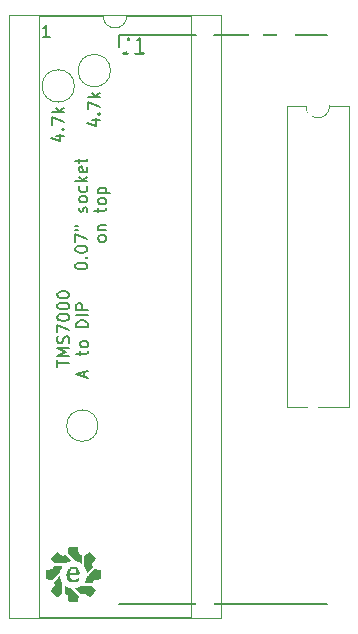
<source format=gto>
G04 #@! TF.GenerationSoftware,KiCad,Pcbnew,(6.0.0)*
G04 #@! TF.CreationDate,2023-01-29T20:38:55-05:00*
G04 #@! TF.ProjectId,tms7000 54 pin adapter,746d7337-3030-4302-9035-342070696e20,rev?*
G04 #@! TF.SameCoordinates,Original*
G04 #@! TF.FileFunction,Legend,Top*
G04 #@! TF.FilePolarity,Positive*
%FSLAX46Y46*%
G04 Gerber Fmt 4.6, Leading zero omitted, Abs format (unit mm)*
G04 Created by KiCad (PCBNEW (6.0.0)) date 2023-01-29 20:38:55*
%MOMM*%
%LPD*%
G01*
G04 APERTURE LIST*
%ADD10C,0.150000*%
%ADD11C,0.254000*%
%ADD12C,0.120000*%
%ADD13C,0.200000*%
%ADD14R,1.600000X1.600000*%
%ADD15O,1.600000X1.600000*%
%ADD16C,1.600000*%
%ADD17R,1.100000X1.100000*%
%ADD18C,1.100000*%
%ADD19O,1.400000X1.400000*%
G04 APERTURE END LIST*
D10*
X122853380Y-76898095D02*
X122853380Y-76326666D01*
X123853380Y-76612380D02*
X122853380Y-76612380D01*
X123853380Y-75993333D02*
X122853380Y-75993333D01*
X123567666Y-75660000D01*
X122853380Y-75326666D01*
X123853380Y-75326666D01*
X123805761Y-74898095D02*
X123853380Y-74755238D01*
X123853380Y-74517142D01*
X123805761Y-74421904D01*
X123758142Y-74374285D01*
X123662904Y-74326666D01*
X123567666Y-74326666D01*
X123472428Y-74374285D01*
X123424809Y-74421904D01*
X123377190Y-74517142D01*
X123329571Y-74707619D01*
X123281952Y-74802857D01*
X123234333Y-74850476D01*
X123139095Y-74898095D01*
X123043857Y-74898095D01*
X122948619Y-74850476D01*
X122901000Y-74802857D01*
X122853380Y-74707619D01*
X122853380Y-74469523D01*
X122901000Y-74326666D01*
X122853380Y-73993333D02*
X122853380Y-73326666D01*
X123853380Y-73755238D01*
X122853380Y-72755238D02*
X122853380Y-72660000D01*
X122901000Y-72564761D01*
X122948619Y-72517142D01*
X123043857Y-72469523D01*
X123234333Y-72421904D01*
X123472428Y-72421904D01*
X123662904Y-72469523D01*
X123758142Y-72517142D01*
X123805761Y-72564761D01*
X123853380Y-72660000D01*
X123853380Y-72755238D01*
X123805761Y-72850476D01*
X123758142Y-72898095D01*
X123662904Y-72945714D01*
X123472428Y-72993333D01*
X123234333Y-72993333D01*
X123043857Y-72945714D01*
X122948619Y-72898095D01*
X122901000Y-72850476D01*
X122853380Y-72755238D01*
X122853380Y-71802857D02*
X122853380Y-71707619D01*
X122901000Y-71612380D01*
X122948619Y-71564761D01*
X123043857Y-71517142D01*
X123234333Y-71469523D01*
X123472428Y-71469523D01*
X123662904Y-71517142D01*
X123758142Y-71564761D01*
X123805761Y-71612380D01*
X123853380Y-71707619D01*
X123853380Y-71802857D01*
X123805761Y-71898095D01*
X123758142Y-71945714D01*
X123662904Y-71993333D01*
X123472428Y-72040952D01*
X123234333Y-72040952D01*
X123043857Y-71993333D01*
X122948619Y-71945714D01*
X122901000Y-71898095D01*
X122853380Y-71802857D01*
X122853380Y-70850476D02*
X122853380Y-70755238D01*
X122901000Y-70660000D01*
X122948619Y-70612380D01*
X123043857Y-70564761D01*
X123234333Y-70517142D01*
X123472428Y-70517142D01*
X123662904Y-70564761D01*
X123758142Y-70612380D01*
X123805761Y-70660000D01*
X123853380Y-70755238D01*
X123853380Y-70850476D01*
X123805761Y-70945714D01*
X123758142Y-70993333D01*
X123662904Y-71040952D01*
X123472428Y-71088571D01*
X123234333Y-71088571D01*
X123043857Y-71040952D01*
X122948619Y-70993333D01*
X122901000Y-70945714D01*
X122853380Y-70850476D01*
X124796714Y-75921904D02*
X124796714Y-75540952D01*
X124463380Y-75779047D02*
X125320523Y-75779047D01*
X125415761Y-75731428D01*
X125463380Y-75636190D01*
X125463380Y-75540952D01*
X125463380Y-75064761D02*
X125415761Y-75160000D01*
X125368142Y-75207619D01*
X125272904Y-75255238D01*
X124987190Y-75255238D01*
X124891952Y-75207619D01*
X124844333Y-75160000D01*
X124796714Y-75064761D01*
X124796714Y-74921904D01*
X124844333Y-74826666D01*
X124891952Y-74779047D01*
X124987190Y-74731428D01*
X125272904Y-74731428D01*
X125368142Y-74779047D01*
X125415761Y-74826666D01*
X125463380Y-74921904D01*
X125463380Y-75064761D01*
X125463380Y-73540952D02*
X124463380Y-73540952D01*
X124463380Y-73302857D01*
X124511000Y-73160000D01*
X124606238Y-73064761D01*
X124701476Y-73017142D01*
X124891952Y-72969523D01*
X125034809Y-72969523D01*
X125225285Y-73017142D01*
X125320523Y-73064761D01*
X125415761Y-73160000D01*
X125463380Y-73302857D01*
X125463380Y-73540952D01*
X125463380Y-72540952D02*
X124463380Y-72540952D01*
X125463380Y-72064761D02*
X124463380Y-72064761D01*
X124463380Y-71683809D01*
X124511000Y-71588571D01*
X124558619Y-71540952D01*
X124653857Y-71493333D01*
X124796714Y-71493333D01*
X124891952Y-71540952D01*
X124939571Y-71588571D01*
X124987190Y-71683809D01*
X124987190Y-72064761D01*
X122205714Y-48966380D02*
X121634285Y-48966380D01*
X121920000Y-48966380D02*
X121920000Y-47966380D01*
X121824761Y-48109238D01*
X121729523Y-48204476D01*
X121634285Y-48252095D01*
X124377380Y-68412761D02*
X124377380Y-68317523D01*
X124425000Y-68222285D01*
X124472619Y-68174666D01*
X124567857Y-68127047D01*
X124758333Y-68079428D01*
X124996428Y-68079428D01*
X125186904Y-68127047D01*
X125282142Y-68174666D01*
X125329761Y-68222285D01*
X125377380Y-68317523D01*
X125377380Y-68412761D01*
X125329761Y-68508000D01*
X125282142Y-68555619D01*
X125186904Y-68603238D01*
X124996428Y-68650857D01*
X124758333Y-68650857D01*
X124567857Y-68603238D01*
X124472619Y-68555619D01*
X124425000Y-68508000D01*
X124377380Y-68412761D01*
X125282142Y-67650857D02*
X125329761Y-67603238D01*
X125377380Y-67650857D01*
X125329761Y-67698476D01*
X125282142Y-67650857D01*
X125377380Y-67650857D01*
X124377380Y-66984190D02*
X124377380Y-66888952D01*
X124425000Y-66793714D01*
X124472619Y-66746095D01*
X124567857Y-66698476D01*
X124758333Y-66650857D01*
X124996428Y-66650857D01*
X125186904Y-66698476D01*
X125282142Y-66746095D01*
X125329761Y-66793714D01*
X125377380Y-66888952D01*
X125377380Y-66984190D01*
X125329761Y-67079428D01*
X125282142Y-67127047D01*
X125186904Y-67174666D01*
X124996428Y-67222285D01*
X124758333Y-67222285D01*
X124567857Y-67174666D01*
X124472619Y-67127047D01*
X124425000Y-67079428D01*
X124377380Y-66984190D01*
X124377380Y-66317523D02*
X124377380Y-65650857D01*
X125377380Y-66079428D01*
X124377380Y-65317523D02*
X124567857Y-65317523D01*
X124377380Y-64936571D02*
X124567857Y-64936571D01*
X125329761Y-63793714D02*
X125377380Y-63698476D01*
X125377380Y-63508000D01*
X125329761Y-63412761D01*
X125234523Y-63365142D01*
X125186904Y-63365142D01*
X125091666Y-63412761D01*
X125044047Y-63508000D01*
X125044047Y-63650857D01*
X124996428Y-63746095D01*
X124901190Y-63793714D01*
X124853571Y-63793714D01*
X124758333Y-63746095D01*
X124710714Y-63650857D01*
X124710714Y-63508000D01*
X124758333Y-63412761D01*
X125377380Y-62793714D02*
X125329761Y-62888952D01*
X125282142Y-62936571D01*
X125186904Y-62984190D01*
X124901190Y-62984190D01*
X124805952Y-62936571D01*
X124758333Y-62888952D01*
X124710714Y-62793714D01*
X124710714Y-62650857D01*
X124758333Y-62555619D01*
X124805952Y-62508000D01*
X124901190Y-62460380D01*
X125186904Y-62460380D01*
X125282142Y-62508000D01*
X125329761Y-62555619D01*
X125377380Y-62650857D01*
X125377380Y-62793714D01*
X125329761Y-61603238D02*
X125377380Y-61698476D01*
X125377380Y-61888952D01*
X125329761Y-61984190D01*
X125282142Y-62031809D01*
X125186904Y-62079428D01*
X124901190Y-62079428D01*
X124805952Y-62031809D01*
X124758333Y-61984190D01*
X124710714Y-61888952D01*
X124710714Y-61698476D01*
X124758333Y-61603238D01*
X125377380Y-61174666D02*
X124377380Y-61174666D01*
X124996428Y-61079428D02*
X125377380Y-60793714D01*
X124710714Y-60793714D02*
X125091666Y-61174666D01*
X125329761Y-59984190D02*
X125377380Y-60079428D01*
X125377380Y-60269904D01*
X125329761Y-60365142D01*
X125234523Y-60412761D01*
X124853571Y-60412761D01*
X124758333Y-60365142D01*
X124710714Y-60269904D01*
X124710714Y-60079428D01*
X124758333Y-59984190D01*
X124853571Y-59936571D01*
X124948809Y-59936571D01*
X125044047Y-60412761D01*
X124710714Y-59650857D02*
X124710714Y-59269904D01*
X124377380Y-59508000D02*
X125234523Y-59508000D01*
X125329761Y-59460380D01*
X125377380Y-59365142D01*
X125377380Y-59269904D01*
X126987380Y-66103238D02*
X126939761Y-66198476D01*
X126892142Y-66246095D01*
X126796904Y-66293714D01*
X126511190Y-66293714D01*
X126415952Y-66246095D01*
X126368333Y-66198476D01*
X126320714Y-66103238D01*
X126320714Y-65960380D01*
X126368333Y-65865142D01*
X126415952Y-65817523D01*
X126511190Y-65769904D01*
X126796904Y-65769904D01*
X126892142Y-65817523D01*
X126939761Y-65865142D01*
X126987380Y-65960380D01*
X126987380Y-66103238D01*
X126320714Y-65341333D02*
X126987380Y-65341333D01*
X126415952Y-65341333D02*
X126368333Y-65293714D01*
X126320714Y-65198476D01*
X126320714Y-65055619D01*
X126368333Y-64960380D01*
X126463571Y-64912761D01*
X126987380Y-64912761D01*
X126320714Y-63817523D02*
X126320714Y-63436571D01*
X125987380Y-63674666D02*
X126844523Y-63674666D01*
X126939761Y-63627047D01*
X126987380Y-63531809D01*
X126987380Y-63436571D01*
X126987380Y-62960380D02*
X126939761Y-63055619D01*
X126892142Y-63103238D01*
X126796904Y-63150857D01*
X126511190Y-63150857D01*
X126415952Y-63103238D01*
X126368333Y-63055619D01*
X126320714Y-62960380D01*
X126320714Y-62817523D01*
X126368333Y-62722285D01*
X126415952Y-62674666D01*
X126511190Y-62627047D01*
X126796904Y-62627047D01*
X126892142Y-62674666D01*
X126939761Y-62722285D01*
X126987380Y-62817523D01*
X126987380Y-62960380D01*
X126320714Y-62198476D02*
X127320714Y-62198476D01*
X126368333Y-62198476D02*
X126320714Y-62103238D01*
X126320714Y-61912761D01*
X126368333Y-61817523D01*
X126415952Y-61769904D01*
X126511190Y-61722285D01*
X126796904Y-61722285D01*
X126892142Y-61769904D01*
X126939761Y-61817523D01*
X126987380Y-61912761D01*
X126987380Y-62103238D01*
X126939761Y-62198476D01*
X125134666Y-77784410D02*
X125134666Y-77308219D01*
X125420380Y-77879648D02*
X124420380Y-77546315D01*
X125420380Y-77212981D01*
X125769714Y-56017571D02*
X126436380Y-56017571D01*
X125388761Y-56255666D02*
X126103047Y-56493761D01*
X126103047Y-55874714D01*
X126341142Y-55493761D02*
X126388761Y-55446142D01*
X126436380Y-55493761D01*
X126388761Y-55541380D01*
X126341142Y-55493761D01*
X126436380Y-55493761D01*
X125436380Y-55112809D02*
X125436380Y-54446142D01*
X126436380Y-54874714D01*
X126436380Y-54065190D02*
X125436380Y-54065190D01*
X126055428Y-53969952D02*
X126436380Y-53684238D01*
X125769714Y-53684238D02*
X126150666Y-54065190D01*
D11*
X128862666Y-49088523D02*
X128862666Y-49995666D01*
X128802190Y-50177095D01*
X128681238Y-50298047D01*
X128499809Y-50358523D01*
X128378857Y-50358523D01*
X130132666Y-50358523D02*
X129406952Y-50358523D01*
X129769809Y-50358523D02*
X129769809Y-49088523D01*
X129648857Y-49269952D01*
X129527904Y-49390904D01*
X129406952Y-49451380D01*
D10*
X122721714Y-57316571D02*
X123388380Y-57316571D01*
X122340761Y-57554666D02*
X123055047Y-57792761D01*
X123055047Y-57173714D01*
X123293142Y-56792761D02*
X123340761Y-56745142D01*
X123388380Y-56792761D01*
X123340761Y-56840380D01*
X123293142Y-56792761D01*
X123388380Y-56792761D01*
X122388380Y-56411809D02*
X122388380Y-55745142D01*
X123388380Y-56173714D01*
X123388380Y-55364190D02*
X122388380Y-55364190D01*
X123007428Y-55268952D02*
X123388380Y-54983238D01*
X122721714Y-54983238D02*
X123102666Y-55364190D01*
D12*
X124968000Y-80559944D02*
X124968000Y-80446315D01*
X126294371Y-81886315D02*
G75*
G03*
X126294371Y-81886315I-1326371J0D01*
G01*
X125984000Y-50446000D02*
X125984000Y-50376000D01*
X127354000Y-51816000D02*
G75*
G03*
X127354000Y-51816000I-1370000J0D01*
G01*
X142262000Y-54804000D02*
X142262000Y-80324000D01*
X143912000Y-54804000D02*
X142262000Y-54804000D01*
X142262000Y-80324000D02*
X147562000Y-80324000D01*
X147562000Y-80324000D02*
X147562000Y-54804000D01*
X147562000Y-54804000D02*
X145912000Y-54804000D01*
X143912000Y-54804000D02*
G75*
G03*
X145912000Y-54804000I1000000J0D01*
G01*
D13*
X145726000Y-48775000D02*
X128086000Y-48775000D01*
X128086000Y-48775000D02*
X128086000Y-49784000D01*
X128086000Y-97021000D02*
X145726000Y-97021000D01*
D12*
X118786000Y-98181500D02*
X136686000Y-98181500D01*
X118786000Y-47141500D02*
X118786000Y-98181500D01*
X136686000Y-98181500D02*
X136686000Y-47141500D01*
X134196000Y-47201500D02*
X128736000Y-47201500D01*
X126736000Y-47201500D02*
X121276000Y-47201500D01*
X134196000Y-98121500D02*
X134196000Y-47201500D01*
X136686000Y-47141500D02*
X118786000Y-47141500D01*
X121276000Y-47201500D02*
X121276000Y-98121500D01*
X121276000Y-98121500D02*
X134196000Y-98121500D01*
X126736000Y-47201500D02*
G75*
G03*
X128736000Y-47201500I1000000J0D01*
G01*
G36*
X123508492Y-95413189D02*
G01*
X123530321Y-95428119D01*
X123557311Y-95446838D01*
X123559796Y-95448574D01*
X123628943Y-95492323D01*
X123706439Y-95533821D01*
X123783436Y-95568426D01*
X123802343Y-95575745D01*
X123838061Y-95588119D01*
X123879303Y-95600990D01*
X123921759Y-95613177D01*
X123961119Y-95623502D01*
X123993073Y-95630782D01*
X124013311Y-95633837D01*
X124014532Y-95633865D01*
X124023124Y-95639842D01*
X124042736Y-95657008D01*
X124072174Y-95684216D01*
X124110240Y-95720318D01*
X124155740Y-95764168D01*
X124207477Y-95814618D01*
X124264255Y-95870520D01*
X124324880Y-95930728D01*
X124347620Y-95953441D01*
X124667108Y-96273016D01*
X124661761Y-96320204D01*
X124658565Y-96348214D01*
X124654018Y-96387812D01*
X124648772Y-96433338D01*
X124644354Y-96471562D01*
X124638285Y-96525271D01*
X124631764Y-96585060D01*
X124625756Y-96641977D01*
X124622782Y-96671220D01*
X124618394Y-96713885D01*
X124614078Y-96753518D01*
X124610417Y-96784867D01*
X124608529Y-96799261D01*
X124603791Y-96831814D01*
X123816891Y-96831814D01*
X123812152Y-96799261D01*
X123809318Y-96777030D01*
X123805415Y-96742768D01*
X123801027Y-96701727D01*
X123797925Y-96671220D01*
X123792532Y-96619312D01*
X123785977Y-96559664D01*
X123779313Y-96501753D01*
X123776207Y-96475902D01*
X123770408Y-96425843D01*
X123764754Y-96372369D01*
X123760060Y-96323404D01*
X123758034Y-96299362D01*
X123754244Y-96263393D01*
X123749417Y-96236247D01*
X123744264Y-96221545D01*
X123742493Y-96220004D01*
X123716768Y-96212254D01*
X123680974Y-96200632D01*
X123639887Y-96186787D01*
X123598284Y-96172363D01*
X123560942Y-96159008D01*
X123532637Y-96148367D01*
X123522388Y-96144151D01*
X123485495Y-96127858D01*
X123485495Y-95763158D01*
X123485591Y-95671036D01*
X123485906Y-95595002D01*
X123486478Y-95533781D01*
X123487346Y-95486100D01*
X123488548Y-95450686D01*
X123490123Y-95426265D01*
X123492110Y-95411565D01*
X123494546Y-95405310D01*
X123496346Y-95405143D01*
X123508492Y-95413189D01*
G37*
G36*
X126034143Y-94040576D02*
G01*
X126063968Y-94043882D01*
X126105141Y-94048542D01*
X126151770Y-94053885D01*
X126189562Y-94058261D01*
X126243268Y-94064358D01*
X126303055Y-94070902D01*
X126359969Y-94076922D01*
X126389220Y-94079900D01*
X126431885Y-94084287D01*
X126471518Y-94088603D01*
X126502867Y-94092265D01*
X126517261Y-94094152D01*
X126549814Y-94098891D01*
X126549814Y-94885791D01*
X126517261Y-94890529D01*
X126495030Y-94893364D01*
X126460768Y-94897266D01*
X126419727Y-94901654D01*
X126389220Y-94904757D01*
X126337312Y-94910149D01*
X126277664Y-94916705D01*
X126219753Y-94923369D01*
X126193902Y-94926475D01*
X126143843Y-94932273D01*
X126090369Y-94937928D01*
X126041404Y-94942622D01*
X126017362Y-94944648D01*
X125981411Y-94948436D01*
X125954259Y-94953262D01*
X125939536Y-94958413D01*
X125937983Y-94960188D01*
X125928236Y-94992643D01*
X125914543Y-95034966D01*
X125899054Y-95080770D01*
X125883917Y-95123666D01*
X125874156Y-95149911D01*
X125851603Y-95208506D01*
X125488884Y-95208506D01*
X125411427Y-95208415D01*
X125339625Y-95208156D01*
X125275278Y-95207748D01*
X125220183Y-95207211D01*
X125176137Y-95206563D01*
X125144940Y-95205825D01*
X125128387Y-95205016D01*
X125126164Y-95204582D01*
X125130786Y-95196113D01*
X125143032Y-95177212D01*
X125160474Y-95151602D01*
X125164742Y-95145471D01*
X125210905Y-95072605D01*
X125253866Y-94992100D01*
X125289020Y-94912711D01*
X125293745Y-94900338D01*
X125307314Y-94861143D01*
X125320879Y-94817289D01*
X125333274Y-94773114D01*
X125343337Y-94732955D01*
X125349903Y-94701149D01*
X125351865Y-94683809D01*
X125358001Y-94672983D01*
X125376443Y-94650569D01*
X125407242Y-94616513D01*
X125450450Y-94570761D01*
X125506118Y-94513258D01*
X125574298Y-94443950D01*
X125655041Y-94362783D01*
X125667379Y-94350442D01*
X125982894Y-94035016D01*
X126034143Y-94040576D01*
G37*
G36*
X122892039Y-92602436D02*
G01*
X122913745Y-92619380D01*
X122945924Y-92644852D01*
X122985637Y-92676493D01*
X123029947Y-92711943D01*
X123075915Y-92748845D01*
X123120603Y-92784837D01*
X123161074Y-92817561D01*
X123194389Y-92844657D01*
X123217609Y-92863766D01*
X123220660Y-92866318D01*
X123237377Y-92879992D01*
X123261250Y-92899099D01*
X123276881Y-92911454D01*
X123315670Y-92941942D01*
X123376710Y-92908960D01*
X123416563Y-92888444D01*
X123462624Y-92866224D01*
X123504994Y-92847075D01*
X123505406Y-92846898D01*
X123573062Y-92817817D01*
X123828765Y-93073411D01*
X123883525Y-93128287D01*
X123934271Y-93179411D01*
X123979723Y-93225474D01*
X124018603Y-93265168D01*
X124049632Y-93297185D01*
X124071533Y-93320216D01*
X124083025Y-93332953D01*
X124084469Y-93335038D01*
X124076716Y-93339601D01*
X124056983Y-93344453D01*
X124043235Y-93346664D01*
X124007307Y-93353141D01*
X123960734Y-93363772D01*
X123909279Y-93377030D01*
X123858702Y-93391387D01*
X123814765Y-93405316D01*
X123794640Y-93412578D01*
X123742897Y-93434823D01*
X123685151Y-93463198D01*
X123629039Y-93493761D01*
X123584425Y-93521083D01*
X123540123Y-93550475D01*
X122619412Y-93550475D01*
X122605990Y-93529991D01*
X122591597Y-93510040D01*
X122580957Y-93497438D01*
X122571649Y-93486665D01*
X122553724Y-93465006D01*
X122529383Y-93435155D01*
X122500828Y-93399803D01*
X122485895Y-93381199D01*
X122452581Y-93339657D01*
X122419064Y-93297937D01*
X122388702Y-93260214D01*
X122364853Y-93230662D01*
X122359627Y-93224208D01*
X122336144Y-93194827D01*
X122314527Y-93167078D01*
X122299185Y-93146627D01*
X122298374Y-93145494D01*
X122279937Y-93119602D01*
X122838775Y-92561540D01*
X122892039Y-92602436D01*
G37*
G36*
X124608529Y-92185420D02*
G01*
X124611364Y-92207651D01*
X124615266Y-92241914D01*
X124619654Y-92282954D01*
X124622757Y-92313462D01*
X124628149Y-92365369D01*
X124634705Y-92425018D01*
X124641369Y-92482929D01*
X124644475Y-92508780D01*
X124650273Y-92558838D01*
X124655928Y-92612312D01*
X124660622Y-92661277D01*
X124662648Y-92685320D01*
X124666438Y-92721289D01*
X124671264Y-92748435D01*
X124676418Y-92763136D01*
X124678188Y-92764677D01*
X124703913Y-92772428D01*
X124739708Y-92784049D01*
X124780794Y-92797895D01*
X124822397Y-92812318D01*
X124859739Y-92825674D01*
X124888044Y-92836315D01*
X124898294Y-92840531D01*
X124935187Y-92856824D01*
X124935187Y-93221011D01*
X124935137Y-93298622D01*
X124934994Y-93370574D01*
X124934770Y-93435074D01*
X124934473Y-93490329D01*
X124934117Y-93534546D01*
X124933710Y-93565930D01*
X124933264Y-93582690D01*
X124933017Y-93585030D01*
X124925435Y-93580347D01*
X124906792Y-93567881D01*
X124880270Y-93549776D01*
X124861400Y-93536755D01*
X124745310Y-93466675D01*
X124619706Y-93410275D01*
X124486993Y-93368608D01*
X124466424Y-93363648D01*
X124401318Y-93348563D01*
X124077944Y-93026359D01*
X123754569Y-92704154D01*
X123759419Y-92660722D01*
X123762397Y-92634377D01*
X123766754Y-92596232D01*
X123771868Y-92551732D01*
X123776327Y-92513120D01*
X123782396Y-92459411D01*
X123788918Y-92399621D01*
X123794925Y-92342705D01*
X123797900Y-92313462D01*
X123802287Y-92270796D01*
X123806603Y-92231163D01*
X123810265Y-92199815D01*
X123812152Y-92185420D01*
X123816891Y-92152867D01*
X124603791Y-92152867D01*
X124608529Y-92185420D01*
G37*
G36*
X125344051Y-95425937D02*
G01*
X125790245Y-95426347D01*
X125829309Y-95475643D01*
X125850961Y-95502886D01*
X125870167Y-95526910D01*
X125882763Y-95542508D01*
X125893877Y-95556210D01*
X125913148Y-95580100D01*
X125938640Y-95611769D01*
X125968418Y-95648806D01*
X126000547Y-95688801D01*
X126033093Y-95729344D01*
X126064121Y-95768025D01*
X126091696Y-95802434D01*
X126113883Y-95830160D01*
X126128746Y-95848794D01*
X126134157Y-95855656D01*
X126129764Y-95863835D01*
X126113643Y-95883309D01*
X126086534Y-95913294D01*
X126049179Y-95953004D01*
X126002320Y-96001655D01*
X125946697Y-96058463D01*
X125883053Y-96122643D01*
X125861386Y-96144337D01*
X125581717Y-96423908D01*
X125429898Y-96301599D01*
X125384922Y-96265347D01*
X125343653Y-96232046D01*
X125308306Y-96203486D01*
X125281094Y-96181456D01*
X125264231Y-96167745D01*
X125260686Y-96164832D01*
X125246508Y-96153249D01*
X125222712Y-96134016D01*
X125193248Y-96110318D01*
X125175647Y-96096208D01*
X125108000Y-96042045D01*
X125032444Y-96080326D01*
X124992514Y-96100184D01*
X124951580Y-96119928D01*
X124916601Y-96136220D01*
X124906820Y-96140591D01*
X124856751Y-96162575D01*
X124600007Y-95906269D01*
X124545277Y-95851448D01*
X124494722Y-95800451D01*
X124449595Y-95754568D01*
X124411146Y-95715090D01*
X124380630Y-95683304D01*
X124359297Y-95660503D01*
X124348402Y-95647976D01*
X124347269Y-95645957D01*
X124357287Y-95642624D01*
X124379511Y-95637860D01*
X124406679Y-95633102D01*
X124535993Y-95603751D01*
X124663178Y-95557530D01*
X124787033Y-95494905D01*
X124831885Y-95467601D01*
X124897858Y-95425526D01*
X125344051Y-95425937D01*
G37*
G36*
X123058335Y-94634527D02*
G01*
X123063414Y-94653466D01*
X123064458Y-94659446D01*
X123092590Y-94791415D01*
X123134231Y-94917660D01*
X123188255Y-95035138D01*
X123230190Y-95106462D01*
X123268475Y-95165644D01*
X123268475Y-96074787D01*
X123239834Y-96099558D01*
X123214552Y-96120902D01*
X123185804Y-96144459D01*
X123176898Y-96151595D01*
X123159701Y-96165331D01*
X123131625Y-96187827D01*
X123095317Y-96216961D01*
X123053424Y-96250607D01*
X123008593Y-96286643D01*
X122999370Y-96294060D01*
X122956303Y-96328679D01*
X122917548Y-96359793D01*
X122885245Y-96385690D01*
X122861529Y-96404657D01*
X122848539Y-96414981D01*
X122847026Y-96416157D01*
X122838847Y-96411764D01*
X122819372Y-96395643D01*
X122789388Y-96368534D01*
X122749678Y-96331179D01*
X122701026Y-96284320D01*
X122644218Y-96228697D01*
X122580038Y-96165053D01*
X122558344Y-96143386D01*
X122278774Y-95863717D01*
X122401082Y-95711898D01*
X122437335Y-95666922D01*
X122470636Y-95625653D01*
X122499196Y-95590306D01*
X122521226Y-95563094D01*
X122534936Y-95546231D01*
X122537850Y-95542686D01*
X122549433Y-95528508D01*
X122568666Y-95504712D01*
X122592363Y-95475248D01*
X122606473Y-95457647D01*
X122660637Y-95390000D01*
X122622355Y-95314444D01*
X122602361Y-95274217D01*
X122582356Y-95232696D01*
X122565746Y-95196989D01*
X122561364Y-95187176D01*
X122538653Y-95135463D01*
X122792829Y-94881178D01*
X122847554Y-94826573D01*
X122898531Y-94775987D01*
X122944445Y-94730702D01*
X122983985Y-94691999D01*
X123015836Y-94661163D01*
X123038687Y-94639474D01*
X123051224Y-94628216D01*
X123053177Y-94626893D01*
X123058335Y-94634527D01*
G37*
G36*
X123691479Y-94165170D02*
G01*
X123736915Y-94086627D01*
X123796703Y-94012349D01*
X123815365Y-93992742D01*
X123888627Y-93927793D01*
X123966991Y-93877972D01*
X124054082Y-93841108D01*
X124084393Y-93831691D01*
X124122888Y-93821276D01*
X124154279Y-93814919D01*
X124184898Y-93811961D01*
X124221080Y-93811736D01*
X124261094Y-93813209D01*
X124337080Y-93820002D01*
X124402180Y-93833862D01*
X124462005Y-93856449D01*
X124522167Y-93889419D01*
X124525036Y-93891214D01*
X124590465Y-93942327D01*
X124646304Y-94006467D01*
X124690966Y-94081253D01*
X124722860Y-94164304D01*
X124732162Y-94201534D01*
X124738673Y-94244089D01*
X124742166Y-94292630D01*
X124742775Y-94342999D01*
X124740633Y-94391038D01*
X124735876Y-94432590D01*
X124728636Y-94463497D01*
X124723355Y-94474905D01*
X124709086Y-94496681D01*
X123910853Y-94496681D01*
X123911158Y-94533575D01*
X123919673Y-94616333D01*
X123943001Y-94693712D01*
X123979917Y-94763660D01*
X124029197Y-94824123D01*
X124089617Y-94873049D01*
X124125920Y-94893690D01*
X124154396Y-94907478D01*
X124176778Y-94916715D01*
X124197826Y-94922312D01*
X124222302Y-94925181D01*
X124254966Y-94926233D01*
X124296685Y-94926380D01*
X124342502Y-94926056D01*
X124375514Y-94924620D01*
X124400274Y-94921375D01*
X124421332Y-94915626D01*
X124443242Y-94906676D01*
X124452023Y-94902626D01*
X124488029Y-94882771D01*
X124529747Y-94855265D01*
X124571452Y-94824290D01*
X124607418Y-94794027D01*
X124626194Y-94775417D01*
X124643853Y-94761128D01*
X124662374Y-94759219D01*
X124685019Y-94770277D01*
X124710209Y-94790542D01*
X124747888Y-94823979D01*
X124717836Y-94873656D01*
X124659496Y-94954246D01*
X124590021Y-95022289D01*
X124510735Y-95076702D01*
X124422965Y-95116405D01*
X124418349Y-95117994D01*
X124382336Y-95129109D01*
X124348676Y-95136480D01*
X124311496Y-95140992D01*
X124264925Y-95143533D01*
X124245064Y-95144126D01*
X124199101Y-95144519D01*
X124154701Y-95143520D01*
X124117441Y-95141331D01*
X124095948Y-95138755D01*
X124024983Y-95120088D01*
X123951402Y-95090187D01*
X123882505Y-95052074D01*
X123875732Y-95047647D01*
X123806831Y-94991628D01*
X123748071Y-94922762D01*
X123700009Y-94842683D01*
X123663204Y-94753020D01*
X123638215Y-94655408D01*
X123625601Y-94551477D01*
X123625920Y-94442859D01*
X123636605Y-94349108D01*
X123638564Y-94340427D01*
X123910523Y-94340427D01*
X124147240Y-94340378D01*
X124213461Y-94340044D01*
X124274483Y-94339122D01*
X124327809Y-94337695D01*
X124370943Y-94335846D01*
X124401387Y-94333656D01*
X124415617Y-94331536D01*
X124447190Y-94316391D01*
X124467398Y-94290702D01*
X124477229Y-94252768D01*
X124478557Y-94223236D01*
X124469583Y-94161517D01*
X124444921Y-94104158D01*
X124406132Y-94053575D01*
X124354782Y-94012184D01*
X124334402Y-94000458D01*
X124289130Y-93984932D01*
X124235764Y-93979305D01*
X124180386Y-93983451D01*
X124129078Y-93997245D01*
X124111764Y-94005067D01*
X124054567Y-94043970D01*
X124004713Y-94096330D01*
X123964478Y-94158999D01*
X123936141Y-94228827D01*
X123928611Y-94258233D01*
X123922280Y-94287636D01*
X123916773Y-94312802D01*
X123914962Y-94320895D01*
X123910523Y-94340427D01*
X123638564Y-94340427D01*
X123658630Y-94251491D01*
X123691479Y-94165170D01*
G37*
G36*
X123031645Y-93767591D02*
G01*
X123107680Y-93767906D01*
X123168901Y-93768478D01*
X123216582Y-93769346D01*
X123251996Y-93770548D01*
X123276416Y-93772123D01*
X123291117Y-93774110D01*
X123297371Y-93776546D01*
X123297538Y-93778346D01*
X123289493Y-93790492D01*
X123274563Y-93812321D01*
X123255843Y-93839311D01*
X123254108Y-93841796D01*
X123210358Y-93910943D01*
X123168861Y-93988439D01*
X123134255Y-94065436D01*
X123126936Y-94084343D01*
X123114563Y-94120061D01*
X123101692Y-94161303D01*
X123089504Y-94203759D01*
X123079180Y-94243119D01*
X123071900Y-94275073D01*
X123068844Y-94295311D01*
X123068816Y-94296532D01*
X123062796Y-94306052D01*
X123045674Y-94326154D01*
X123018862Y-94355439D01*
X122983772Y-94392505D01*
X122941813Y-94435954D01*
X122894396Y-94484385D01*
X122842934Y-94536400D01*
X122788836Y-94590597D01*
X122733513Y-94645578D01*
X122678377Y-94699943D01*
X122624838Y-94752292D01*
X122574307Y-94801225D01*
X122528196Y-94845343D01*
X122487914Y-94883246D01*
X122454874Y-94913534D01*
X122430485Y-94934807D01*
X122416159Y-94945666D01*
X122413373Y-94946782D01*
X122391774Y-94944805D01*
X122370013Y-94942464D01*
X122292079Y-94933458D01*
X122228492Y-94926164D01*
X122176357Y-94920261D01*
X122132779Y-94915427D01*
X122094864Y-94911340D01*
X122059716Y-94907678D01*
X122031462Y-94904820D01*
X121988797Y-94900417D01*
X121949165Y-94896088D01*
X121917816Y-94892419D01*
X121903420Y-94890529D01*
X121870867Y-94885791D01*
X121870867Y-94098891D01*
X121903420Y-94094152D01*
X121925651Y-94091318D01*
X121959914Y-94087415D01*
X122000954Y-94083027D01*
X122031462Y-94079925D01*
X122083369Y-94074532D01*
X122143018Y-94067977D01*
X122200929Y-94061313D01*
X122226780Y-94058207D01*
X122276838Y-94052408D01*
X122330312Y-94046754D01*
X122379277Y-94042060D01*
X122403320Y-94040034D01*
X122439289Y-94036244D01*
X122466435Y-94031417D01*
X122481136Y-94026264D01*
X122482677Y-94024493D01*
X122490428Y-93998768D01*
X122502049Y-93962974D01*
X122515895Y-93921887D01*
X122530318Y-93880284D01*
X122543674Y-93842942D01*
X122554315Y-93814637D01*
X122558531Y-93804388D01*
X122574824Y-93767495D01*
X122939523Y-93767495D01*
X123031645Y-93767591D01*
G37*
G36*
X125861386Y-92840344D02*
G01*
X125927412Y-92906691D01*
X125985650Y-92965914D01*
X126035359Y-93017228D01*
X126075798Y-93059850D01*
X126106226Y-93092993D01*
X126125901Y-93115875D01*
X126134081Y-93127709D01*
X126134157Y-93129026D01*
X126126559Y-93138655D01*
X126110029Y-93159371D01*
X126086523Y-93188735D01*
X126057999Y-93224313D01*
X126026413Y-93263668D01*
X125993723Y-93304363D01*
X125961885Y-93343962D01*
X125932857Y-93380029D01*
X125908595Y-93410128D01*
X125891056Y-93431821D01*
X125882763Y-93441995D01*
X125871205Y-93456179D01*
X125851996Y-93479974D01*
X125828322Y-93509426D01*
X125814303Y-93526917D01*
X125760234Y-93594447D01*
X125806728Y-93687481D01*
X125826311Y-93727476D01*
X125844017Y-93765103D01*
X125857741Y-93795804D01*
X125864810Y-93813341D01*
X125876397Y-93846166D01*
X125625038Y-94097637D01*
X125570643Y-94151923D01*
X125520023Y-94202185D01*
X125474496Y-94247133D01*
X125435381Y-94285478D01*
X125403993Y-94315931D01*
X125381652Y-94337202D01*
X125369674Y-94348003D01*
X125368041Y-94349108D01*
X125360518Y-94342224D01*
X125357134Y-94335376D01*
X125352758Y-94315365D01*
X125351865Y-94302288D01*
X125349187Y-94280138D01*
X125341934Y-94245975D01*
X125331275Y-94204170D01*
X125318381Y-94159092D01*
X125304420Y-94115113D01*
X125293529Y-94084343D01*
X125263099Y-94010207D01*
X125229524Y-93943571D01*
X125189988Y-93877904D01*
X125152207Y-93819038D01*
X125152207Y-92909895D01*
X125180847Y-92885123D01*
X125206112Y-92863779D01*
X125234846Y-92840197D01*
X125243783Y-92833018D01*
X125260658Y-92819504D01*
X125288517Y-92797119D01*
X125324834Y-92767896D01*
X125367081Y-92733870D01*
X125412733Y-92697073D01*
X125429898Y-92683230D01*
X125581717Y-92560774D01*
X125861386Y-92840344D01*
G37*
X122936000Y-51745000D02*
X122936000Y-51675000D01*
X124306000Y-53115000D02*
G75*
G03*
X124306000Y-53115000I-1370000J0D01*
G01*
%LPC*%
D14*
X124968000Y-81886315D03*
D15*
X124968000Y-79346315D03*
D16*
X125984000Y-51816000D03*
D15*
X125984000Y-49276000D03*
D14*
X141102000Y-56134000D03*
D15*
X141102000Y-58674000D03*
X141102000Y-61214000D03*
X141102000Y-63754000D03*
X141102000Y-66294000D03*
X141102000Y-68834000D03*
X141102000Y-71374000D03*
X141102000Y-73914000D03*
X141102000Y-76454000D03*
X141102000Y-78994000D03*
X148722000Y-78994000D03*
X148722000Y-76454000D03*
X148722000Y-73914000D03*
X148722000Y-71374000D03*
X148722000Y-68834000D03*
X148722000Y-66294000D03*
X148722000Y-63754000D03*
X148722000Y-61214000D03*
X148722000Y-58674000D03*
X148722000Y-56134000D03*
D17*
X129286000Y-49784000D03*
D18*
X129286000Y-51562000D03*
X129286000Y-53340000D03*
X129286000Y-55118000D03*
X129286000Y-56896000D03*
X129286000Y-58674000D03*
X129286000Y-60452000D03*
X129286000Y-62230000D03*
X129286000Y-64008000D03*
X129286000Y-65786000D03*
X129286000Y-67564000D03*
X129286000Y-69342000D03*
X129286000Y-71120000D03*
X129286000Y-72898000D03*
X129286000Y-74676000D03*
X129286000Y-76454000D03*
X129286000Y-78232000D03*
X129286000Y-80010000D03*
X129286000Y-81788000D03*
X129286000Y-83566000D03*
X129286000Y-85344000D03*
X129286000Y-87122000D03*
X129286000Y-88900000D03*
X129286000Y-90678000D03*
X129286000Y-92456000D03*
X129286000Y-94234000D03*
X129286000Y-96012000D03*
X144526000Y-96012000D03*
X144526000Y-94234000D03*
X144526000Y-92456000D03*
X144526000Y-90678000D03*
X144526000Y-88900000D03*
X144526000Y-87122000D03*
X144526000Y-85344000D03*
X144526000Y-83566000D03*
X144526000Y-81788000D03*
X144526000Y-80010000D03*
X144526000Y-78232000D03*
X144526000Y-76454000D03*
X144526000Y-74676000D03*
X144526000Y-72898000D03*
X144526000Y-71120000D03*
X144526000Y-69342000D03*
X144526000Y-67564000D03*
X144526000Y-65786000D03*
X144526000Y-64008000D03*
X144526000Y-62230000D03*
X144526000Y-60452000D03*
X144526000Y-58674000D03*
X144526000Y-56896000D03*
X144526000Y-55118000D03*
X144526000Y-53340000D03*
X144526000Y-51562000D03*
X144526000Y-49784000D03*
D14*
X120116000Y-48531500D03*
D15*
X120116000Y-51071500D03*
X120116000Y-53611500D03*
X120116000Y-56151500D03*
X120116000Y-58691500D03*
X120116000Y-61231500D03*
X120116000Y-63771500D03*
X120116000Y-66311500D03*
X120116000Y-68851500D03*
X120116000Y-71391500D03*
X120116000Y-73931500D03*
X120116000Y-76471500D03*
X120116000Y-79011500D03*
X120116000Y-81551500D03*
X120116000Y-84091500D03*
X120116000Y-86631500D03*
X120116000Y-89171500D03*
X120116000Y-91711500D03*
X120116000Y-94251500D03*
X120116000Y-96791500D03*
X135356000Y-96791500D03*
X135356000Y-94251500D03*
X135356000Y-91711500D03*
X135356000Y-89171500D03*
D19*
X135356000Y-86631500D03*
X135356000Y-84091500D03*
X135356000Y-81551500D03*
D15*
X135356000Y-79011500D03*
X135356000Y-76471500D03*
X135356000Y-73931500D03*
X135356000Y-71391500D03*
X135356000Y-68851500D03*
X135356000Y-66311500D03*
D19*
X135356000Y-63771500D03*
X135356000Y-61231500D03*
X135356000Y-58691500D03*
D15*
X135356000Y-56151500D03*
X135356000Y-53611500D03*
X135356000Y-51071500D03*
X135356000Y-48531500D03*
D16*
X122936000Y-53115000D03*
D15*
X122936000Y-50575000D03*
D14*
X142240000Y-50800000D03*
D15*
X139700000Y-50800000D03*
D14*
X142240000Y-48260000D03*
D15*
X139700000Y-48260000D03*
D14*
X142240000Y-53340000D03*
D15*
X139700000Y-53340000D03*
M02*

</source>
